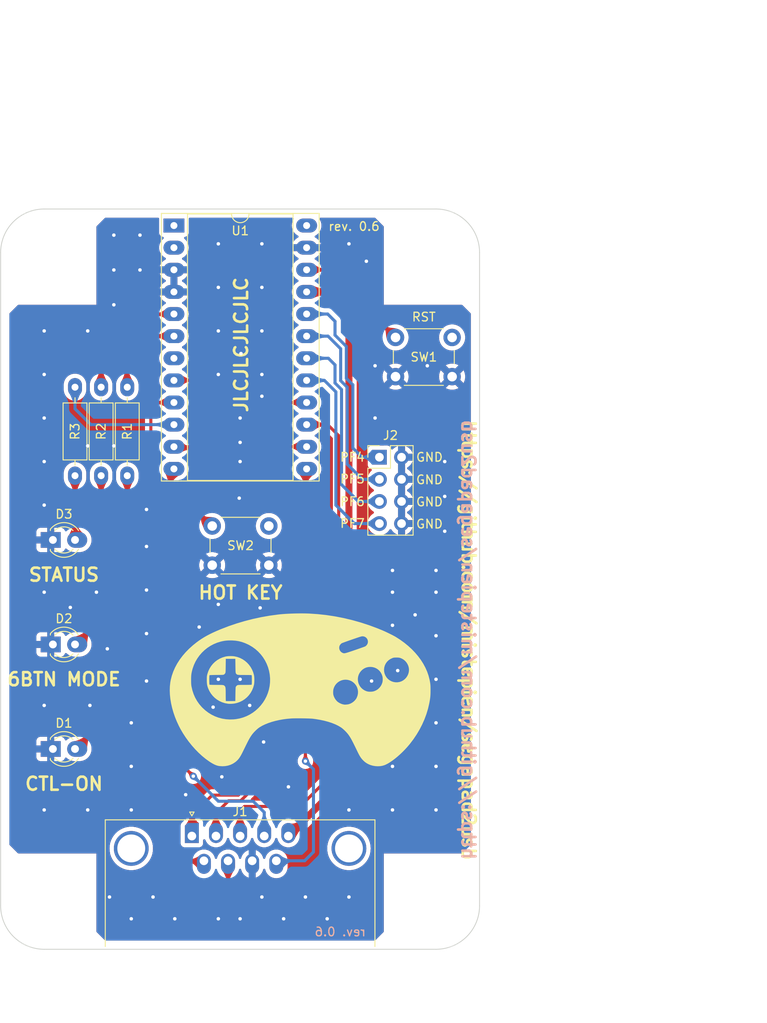
<source format=kicad_pcb>
(kicad_pcb (version 20221018) (generator pcbnew)
  (title_block (title "segapad2usb") (rev "0.6") (company "mistepien@wp.pl"))
  (layers (0 "F.Cu" signal) (31 "B.Cu" signal) (34 "B.Paste" user) (35 "F.Paste" user) (36 "B.SilkS" user "B.Silkscreen") (37 "F.SilkS" user "F.Silkscreen") (38 "B.Mask" user) (39 "F.Mask" user) (44 "Edge.Cuts" user))
  (net 0 "")
  (net 1 "VCC")
  (net 2 "GND")
  (net 3 "Net-(D1-A)")
  (net 4 "Net-(D2-A)")
  (net 6 "Net-(D3-A)")
  (net 8 "/RST")
  (net 9 "Net-(SW2-A)")
  (net 10 "/PF4")
  (net 12 "/PF5")
  (net 13 "/PF6")
  (net 14 "/PF7")
  (net 15 "/DB9_PIN_1")
  (net 16 "/DB9_PIN_2")
  (net 17 "/DB9_PIN_3")
  (net 18 "/DB9_PIN_4")
  (net 19 "/DB9_PIN_6")
  (net 20 "/DB9_SELECT_PIN")
  (net 21 "/DB9_PIN_9")
  (net 23 "/MODELED")
  (net 24 "/CTL-LED")
  (net 25 "/STATUSLED")
  (footprint "MountingHole:MountingHole_3.5mm" (layer "F.Cu") (at 65 51)
    (fp_text reference "H2" hide)
    (fp_text value "MountingHole" hide)
    (pad "" np_thru_hole circle (at 0 0) (size 3.5 3.5) (drill 3.5) (layers "*.Cu" "*.Mask"))
  )
  (footprint "misc:DSUB-9_Male_Horizontal_P2.77x2.84mm_EdgePinOffset9.90mm_Housed_OVAL_MountingHolesOffset11.32mm" (layer "F.Cu") (at 81.96 118)
    (fp_text reference "J1" (at 5.54 -2.8) (layer "F.SilkS"))
    (fp_text value "DB9_MALE_SEGA")
    (pad "0" thru_hole circle locked (at -6.96 1.42) (size 4 4) (drill 3.2) (layers "*.Cu" "*.Mask"))
    (pad "0" thru_hole circle locked (at 18.04 1.42) (size 4 4) (drill 3.2) (layers "*.Cu" "*.Mask"))
    (pad "1" thru_hole roundrect locked (at 0 0) (size 1.6 2.3) (drill 1 (offset 0 -0.35)) (layers "*.Cu" "*.Mask") (roundrect_rratio 0) (chamfer_ratio 0.2) (chamfer top_left) (net 15 "/DB9_PIN_1"))
    (pad "2" thru_hole oval locked (at 2.77 0) (size 1.6 2.3) (drill 1 (offset 0 -0.35)) (layers "*.Cu" "*.Mask") (net 16 "/DB9_PIN_2"))
    (pad "3" thru_hole oval locked (at 5.54 0) (size 1.6 2.3) (drill 1 (offset 0 -0.35)) (layers "*.Cu" "*.Mask") (net 17 "/DB9_PIN_3"))
    (pad "4" thru_hole oval locked (at 8.31 0) (size 1.6 2.3) (drill 1 (offset 0 -0.35)) (layers "*.Cu" "*.Mask") (net 18 "/DB9_PIN_4"))
    (pad "5" thru_hole oval locked (at 11.08 0) (size 1.6 2.3) (drill 1 (offset 0 -0.35)) (layers "*.Cu" "*.Mask") (net 1 "VCC"))
    (pad "6" thru_hole oval locked (at 1.385 2.84) (size 1.6 2.3) (drill 1 (offset 0 0.35)) (layers "*.Cu" "*.Mask") (net 19 "/DB9_PIN_6"))
    (pad "7" thru_hole oval locked (at 4.155 2.84) (size 1.6 2.3) (drill 1 (offset 0 0.35)) (layers "*.Cu" "*.Mask") (net 20 "/DB9_SELECT_PIN"))
    (pad "8" thru_hole oval locked (at 6.925 2.84) (size 1.6 2.3) (drill 1 (offset 0 0.35)) (layers "*.Cu" "*.Mask") (net 2 "GND"))
    (pad "9" thru_hole oval locked (at 9.695 2.84) (size 1.6 2.3) (drill 1 (offset 0 0.35)) (layers "*.Cu" "*.Mask") (net 21 "/DB9_PIN_9"))
  )
  (footprint "misc:LED_D3.0mm_Oval" (layer "F.Cu") (at 66 96)
    (fp_text reference "D2" (at 1.27 -2.96) (layer "F.SilkS"))
    (fp_text value "6BTN MODE" (at 1.27 4) (layer "F.SilkS") (effects (font (size 1.5 1.5) (thickness 0.3) bold)))
    (pad "1" thru_hole rect (at 0 0 90) (size 1.8 2.3) (drill 0.9 (offset 0 -0.25)) (layers "*.Cu" "*.Mask") (net 2 "GND"))
    (pad "2" thru_hole oval (at 2.54 0 90) (size 1.8 2.3) (drill 0.9 (offset 0 0.25)) (layers "*.Cu" "*.Mask") (net 4 "Net-(D2-A)"))
  )
  (footprint "MountingHole:MountingHole_3.5mm" (layer "F.Cu") (at 65 126)
    (fp_text reference "H4" hide)
    (fp_text value "MountingHole" hide)
    (pad "" np_thru_hole circle (at 0 0) (size 3.5 3.5) (drill 3.5) (layers "*.Cu" "*.Mask"))
  )
  (footprint "Package_DIP:DIP-24_W15.24mm_Socket_LongPads" (layer "F.Cu") (at 79.9 47.9)
    (fp_text reference "U1" (at 7.62 0.6) (layer "F.SilkS"))
    (fp_text value "Arduino_Pro_Micro")
    (pad "1" thru_hole rect locked (at 0 0) (size 2.4 1.6) (drill 0.8) (layers "*.Cu" "*.Mask"))
    (pad "2" thru_hole oval locked (at 0 2.54) (size 2.4 1.6) (drill 0.8) (layers "*.Cu" "*.Mask"))
    (pad "3" thru_hole oval locked (at 0 5.08) (size 2.4 1.6) (drill 0.8) (layers "*.Cu" "*.Mask") (net 2 "GND"))
    (pad "4" thru_hole oval locked (at 0 7.62) (size 2.4 1.6) (drill 0.8) (layers "*.Cu" "*.Mask") (net 2 "GND"))
    (pad "5" thru_hole oval locked (at 0 10.16) (size 2.4 1.6) (drill 0.8) (layers "*.Cu" "*.Mask") (net 23 "/MODELED"))
    (pad "6" thru_hole oval locked (at 0 12.7) (size 2.4 1.6) (drill 0.8) (layers "*.Cu" "*.Mask") (net 24 "/CTL-LED"))
    (pad "7" thru_hole oval locked (at 0 15.24) (size 2.4 1.6) (drill 0.8) (layers "*.Cu" "*.Mask"))
    (pad "8" thru_hole oval locked (at 0 17.78) (size 2.4 1.6) (drill 0.8) (layers "*.Cu" "*.Mask") (net 9 "Net-(SW2-A)"))
    (pad "9" thru_hole oval locked (at 0 20.32) (size 2.4 1.6) (drill 0.8) (layers "*.Cu" "*.Mask") (net 20 "/DB9_SELECT_PIN"))
    (pad "10" thru_hole oval locked (at 0 22.86) (size 2.4 1.6) (drill 0.8) (layers "*.Cu" "*.Mask") (net 25 "/STATUSLED"))
    (pad "11" thru_hole oval locked (at 0 25.4) (size 2.4 1.6) (drill 0.8) (layers "*.Cu" "*.Mask") (net 18 "/DB9_PIN_4"))
    (pad "12" thru_hole oval locked (at 0 27.94) (size 2.4 1.6) (drill 0.8) (layers "*.Cu" "*.Mask") (net 19 "/DB9_PIN_6"))
    (pad "13" thru_hole oval locked (at 15.24 27.94) (size 2.4 1.6) (drill 0.8) (layers "*.Cu" "*.Mask") (net 21 "/DB9_PIN_9"))
    (pad "14" thru_hole oval locked (at 15.24 25.4) (size 2.4 1.6) (drill 0.8) (layers "*.Cu" "*.Mask") (net 16 "/DB9_PIN_2"))
    (pad "15" thru_hole oval locked (at 15.24 22.86) (size 2.4 1.6) (drill 0.8) (layers "*.Cu" "*.Mask") (net 17 "/DB9_PIN_3"))
    (pad "16" thru_hole oval locked (at 15.24 20.32) (size 2.4 1.6) (drill 0.8) (layers "*.Cu" "*.Mask") (net 15 "/DB9_PIN_1"))
    (pad "17" thru_hole oval locked (at 15.24 17.78) (size 2.4 1.6) (drill 0.8) (layers "*.Cu" "*.Mask") (net 14 "/PF7"))
    (pad "18" thru_hole oval locked (at 15.24 15.24) (size 2.4 1.6) (drill 0.8) (layers "*.Cu" "*.Mask") (net 13 "/PF6"))
    (pad "19" thru_hole oval locked (at 15.24 12.7) (size 2.4 1.6) (drill 0.8) (layers "*.Cu" "*.Mask") (net 12 "/PF5"))
    (pad "20" thru_hole oval locked (at 15.24 10.16) (size 2.4 1.6) (drill 0.8) (layers "*.Cu" "*.Mask") (net 10 "/PF4"))
    (pad "21" thru_hole oval locked (at 15.24 7.62) (size 2.4 1.6) (drill 0.8) (layers "*.Cu" "*.Mask") (net 1 "VCC"))
    (pad "22" thru_hole oval locked (at 15.24 5.08) (size 2.4 1.6) (drill 0.8) (layers "*.Cu" "*.Mask") (net 8 "/RST"))
    (pad "23" thru_hole oval locked (at 15.24 2.54) (size 2.4 1.6) (drill 0.8) (layers "*.Cu" "*.Mask") (net 2 "GND"))
    (pad "24" thru_hole oval locked (at 15.24 0) (size 2.4 1.6) (drill 0.8) (layers "*.Cu" "*.Mask"))
  )
  (footprint "Button_Switch_THT:SW_PUSH_6mm_H4.3mm" (layer "F.Cu") (at 84.3 82.4)
    (fp_text reference "SW2" (at 3.25 2.25) (layer "F.SilkS"))
    (fp_text value "HOT KEY" (at 3.25 7.65) (layer "F.SilkS") (effects (font (size 1.5 1.5) (thickness 0.3) bold)))
    (pad "1" thru_hole circle (at 0 0 90) (size 2 2) (drill 1.1) (layers "*.Cu" "*.Mask") (net 9 "Net-(SW2-A)"))
    (pad "1" thru_hole circle (at 6.5 0 90) (size 2 2) (drill 1.1) (layers "*.Cu" "*.Mask"))
    (pad "2" thru_hole circle (at 0 4.5 90) (size 2 2) (drill 1.1) (layers "*.Cu" "*.Mask") (net 2 "GND"))
    (pad "2" thru_hole circle (at 6.5 4.5 90) (size 2 2) (drill 1.1) (layers "*.Cu" "*.Mask") (net 2 "GND"))
  )
  (footprint "MountingHole:MountingHole_3.5mm" (layer "F.Cu") (at 110 126)
    (fp_text reference "H3" hide)
    (fp_text value "MountingHole" hide)
    (pad "" np_thru_hole circle (at 0 0) (size 3.5 3.5) (drill 3.5) (layers "*.Cu" "*.Mask"))
  )
  (footprint "Button_Switch_THT:SW_PUSH_6mm_H4.3mm" (layer "F.Cu") (at 105.35 60.75)
    (fp_text reference "SW1" (at 3.25 2.25) (layer "F.SilkS"))
    (fp_text value "RST" (at 3.25 -2.35 180) (layer "F.SilkS"))
    (pad "1" thru_hole circle locked (at 0 0 90) (size 2 2) (drill 1.1) (layers "*.Cu" "*.Mask") (net 8 "/RST"))
    (pad "1" thru_hole circle locked (at 6.5 0 90) (size 2 2) (drill 1.1) (layers "*.Cu" "*.Mask"))
    (pad "2" thru_hole circle locked (at 0 4.5 90) (size 2 2) (drill 1.1) (layers "*.Cu" "*.Mask") (net 2 "GND"))
    (pad "2" thru_hole circle locked (at 6.5 4.5 90) (size 2 2) (drill 1.1) (layers "*.Cu" "*.Mask") (net 2 "GND"))
  )
  (footprint "misc:R_Axial_DIN0207_L6.3mm_D2.5mm_P10.16mm_Horizontal_Oval" (layer "F.Cu") (at 68.54 66.46 -90)
    (fp_text reference "R3" (at 5.08 0 90) (layer "F.SilkS"))
    (fp_text value "RxΩ")
    (pad "1" thru_hole oval (at 0 0 270) (size 2.1 1.6) (drill 0.8) (layers "*.Cu" "*.Mask") (net 25 "/STATUSLED"))
    (pad "2" thru_hole oval (at 10.16 0 270) (size 2.1 1.6) (drill 0.8) (layers "*.Cu" "*.Mask") (net 6 "Net-(D3-A)"))
  )
  (footprint "misc:md_gamepad_30x17mm" (layer "F.Cu") (at 94.4 101.2)
    (fp_text reference "G***")
    (fp_text value "LOGO" hide)
  )
  (footprint "misc:LED_D3.0mm_Oval" (layer "F.Cu") (at 66 108)
    (fp_text reference "D1" (at 1.27 -2.96) (layer "F.SilkS"))
    (fp_text value "CTL-ON" (at 1.27 4) (layer "F.SilkS") (effects (font (size 1.5 1.5) (thickness 0.3) bold)))
    (pad "1" thru_hole rect (at 0 0 90) (size 1.8 2.3) (drill 0.9 (offset 0 -0.25)) (layers "*.Cu" "*.Mask") (net 2 "GND"))
    (pad "2" thru_hole oval (at 2.54 0 90) (size 1.8 2.3) (drill 0.9 (offset 0 0.25)) (layers "*.Cu" "*.Mask") (net 3 "Net-(D1-A)"))
  )
  (footprint "misc:R_Axial_DIN0207_L6.3mm_D2.5mm_P10.16mm_Horizontal_Oval" (layer "F.Cu") (at 74.54 66.46 -90)
    (fp_text reference "R1" (at 5.08 0 90) (layer "F.SilkS"))
    (fp_text value "RxΩ")
    (pad "1" thru_hole oval (at 0 0 270) (size 2.1 1.6) (drill 0.8) (layers "*.Cu" "*.Mask") (net 24 "/CTL-LED"))
    (pad "2" thru_hole oval (at 10.16 0 270) (size 2.1 1.6) (drill 0.8) (layers "*.Cu" "*.Mask") (net 3 "Net-(D1-A)"))
  )
  (footprint "misc:R_Axial_DIN0207_L6.3mm_D2.5mm_P10.16mm_Horizontal_Oval" (layer "F.Cu") (at 71.54 66.46 -90)
    (fp_text reference "R2" (at 5.08 0 90) (layer "F.SilkS"))
    (fp_text value "RxΩ")
    (pad "1" thru_hole oval (at 0 0 270) (size 2.1 1.6) (drill 0.8) (layers "*.Cu" "*.Mask") (net 23 "/MODELED"))
    (pad "2" thru_hole oval (at 10.16 0 270) (size 2.1 1.6) (drill 0.8) (layers "*.Cu" "*.Mask") (net 4 "Net-(D2-A)"))
  )
  (footprint "misc:LED_D3.0mm_Oval" (layer "F.Cu") (at 66 84)
    (fp_text reference "D3" (at 1.27 -2.96) (layer "F.SilkS"))
    (fp_text value "STATUS" (at 1.27 4) (layer "F.SilkS") (effects (font (size 1.5 1.5) (thickness 0.3) bold)))
    (pad "1" thru_hole rect (at 0 0 90) (size 1.8 2.3) (drill 0.9 (offset 0 -0.25)) (layers "*.Cu" "*.Mask") (net 2 "GND"))
    (pad "2" thru_hole oval (at 2.54 0 90) (size 1.8 2.3) (drill 0.9 (offset 0 0.25)) (layers "*.Cu" "*.Mask") (net 6 "Net-(D3-A)"))
  )
  (footprint "Connector_PinHeader_2.54mm:PinHeader_2x04_P2.54mm_Vertical" (layer "F.Cu") (at 103.5 74.5)
    (fp_text reference "J2" (at 1.27 -2.5) (layer "F.SilkS"))
    (fp_text value "Conn_02x04_Odd_Even")
    (fp_text user "GND" (at 5.75 0) (layer "F.SilkS"))
    (fp_text user "PF7" (at -3.1 7.6) (layer "F.SilkS"))
    (fp_text user "GND" (at 5.75 2.589) (layer "F.SilkS"))
    (fp_text user "GND" (at 5.75 5.129) (layer "F.SilkS"))
    (fp_text user "GND" (at 5.75 7.669) (layer "F.SilkS"))
    (fp_text user "PF5" (at -3.1 2.5) (layer "F.SilkS"))
    (fp_text user "PF4" (at -3.1 0) (layer "F.SilkS"))
    (fp_text user "PF6" (at -3.1 5.1) (layer "F.SilkS"))
    (pad "1" thru_hole rect (at 0 0) (size 1.7 1.7) (drill 1) (layers "*.Cu" "*.Mask") (net 10 "/PF4"))
    (pad "2" thru_hole oval (at 2.54 0) (size 1.7 1.7) (drill 1) (layers "*.Cu" "*.Mask") (net 2 "GND"))
    (pad "3" thru_hole oval (at 0 2.54) (size 1.7 1.7) (drill 1) (layers "*.Cu" "*.Mask") (net 12 "/PF5"))
    (pad "4" thru_hole oval (at 2.54 2.54) (size 1.7 1.7) (drill 1) (layers "*.Cu" "*.Mask") (net 2 "GND"))
    (pad "5" thru_hole oval (at 0 5.08) (size 1.7 1.7) (drill 1) (layers "*.Cu" "*.Mask") (net 13 "/PF6"))
    (pad "6" thru_hole oval (at 2.54 5.08) (size 1.7 1.7) (drill 1) (layers "*.Cu" "*.Mask") (net 2 "GND"))
    (pad "7" thru_hole oval (at 0 7.62) (size 1.7 1.7) (drill 1) (layers "*.Cu" "*.Mask") (net 14 "/PF7"))
    (pad "8" thru_hole oval (at 2.54 7.62) (size 1.7 1.7) (drill 1) (layers "*.Cu" "*.Mask") (net 2 "GND"))
  )
  (footprint "MountingHole:MountingHole_3.5mm" (layer "F.Cu") (at 110 51)
    (fp_text reference "H1" hide)
    (fp_text value "MountingHole" hide)
    (pad "" np_thru_hole circle (at 0 0) (size 3.5 3.5) (drill 3.5) (layers "*.Cu" "*.Mask"))
  )
  (gr_arc (start 115 126) (mid 113.535534 129.535533) (end 110 131) (stroke (width 0.1)) (layer "Edge.Cuts"))
  (gr_line (start 60 51) (end 60 126) (stroke (width 0.1)) (layer "Edge.Cuts"))
  (gr_line (start 110 46) (end 65 46) (stroke (width 0.1)) (layer "Edge.Cuts"))
  (gr_arc (start 110 46) (mid 113.535534 47.464466) (end 115 51) (stroke (width 0.1)) (layer "Edge.Cuts"))
  (gr_line (start 65 131) (end 110 131) (stroke (width 0.1)) (layer "Edge.Cuts"))
  (gr_line (start 115 126) (end 115 51) (stroke (width 0.1)) (layer "Edge.Cuts"))
  (gr_arc (start 65 131) (mid 61.464467 129.535534) (end 60 126) (stroke (width 0.1)) (layer "Edge.Cuts"))
  (gr_arc (start 60 51) (mid 61.464466 47.464466) (end 65 46) (stroke (width 0.1)) (layer "Edge.Cuts"))
  (gr_text "rev. ${REVISION}" (at 99 129) (layer "B.SilkS") (effects (font (size 1 1)) (justify mirror)))
  (gr_text "https://github.com/mistepien/${TITLE}" (at 113.70865 95.465451 -90) (layer "B.SilkS") (effects (font (size 1.5 1.5) (thickness 0.3)) (justify mirror)))
  (gr_text "https://github.com/mistepien/${TITLE}" (at 113.75 95.5 270) (layer "F.SilkS") (effects (font (size 1.5 1.5) (thickness 0.3))))
  (gr_text "rev. ${REVISION}" (at 100.584 48) (layer "F.SilkS") (effects (font (size 1 1))))
  (gr_text "JLCJLCJLCJLC" (at 88.5 69.5 90) (layer "F.SilkS") (effects (font (size 1.5 1.5) (thickness 0.3) bold) (justify left bottom)))
  (segment (start 100 57.75) (end 97.77 55.52) (width 0.8) (layer "F.Cu") (net 1))
  (segment (start 97.77 55.52) (end 95.14 55.52) (width 0.8) (layer "F.Cu") (net 1))
  (segment (start 100 111.04) (end 100 57.75) (width 0.8) (layer "F.Cu") (net 1))
  (segment (start 93.04 118) (end 100 111.04) (width 0.8) (layer "F.Cu") (net 1))
  (via (at 110 87.5) (size 0.8) (drill 0.4) (layers "F.Cu" "B.Cu") (net 2))
  (via (at 85 55) (size 0.8) (drill 0.4) (layers "F.Cu" "B.Cu") (net 2))
  (via (at 65 90) (size 0.8) (drill 0.4) (layers "F.Cu" "B.Cu") (net 2))
  (via (at 90.2 107.2) (size 0.8) (drill 0.4) (layers "F.Cu" "B.Cu") (net 2))
  (via (at 110 95) (size 0.8) (drill 0.4) (layers "F.Cu" "B.Cu") (net 2))
  (via (at 73 49) (size 0.8) (drill 0.4) (layers "F.Cu" "B.Cu") (net 2))
  (via (at 70 115) (size 0.8) (drill 0.4) (layers "F.Cu" "B.Cu") (net 2))
  (via (at 76 49) (size 0.8) (drill 0.4) (layers "F.Cu" "B.Cu") (net 2))
  (via (at 107.6 92.6) (size 0.8) (drill 0.4) (layers "F.Cu" "B.Cu") (net 2))
  (via (at 77.5 125) (size 0.8) (drill 0.4) (layers "F.Cu" "B.Cu") (net 2))
  (via (at 88.6 103) (size 0.8) (drill 0.4) (layers "F.Cu" "B.Cu") (net 2))
  (via (at 76.75 89.75) (size 0.8) (drill 0.4) (layers "F.Cu" "B.Cu") (net 2))
  (via (at 85 127.5) (size 0.8) (drill 0.4) (layers "F.Cu" "B.Cu") (net 2))
  (via (at 105 87.5) (size 0.8) (drill 0.4) (layers "F.Cu" "B.Cu") (net 2))
  (via (at 84.4 103.2) (size 0.8) (drill 0.4) (layers "F.Cu" "B.Cu") (net 2))
  (via (at 70.25 103) (size 0.8) (drill 0.4) (layers "F.Cu" "B.Cu") (net 2))
  (via (at 65 115) (size 0.8) (drill 0.4) (layers "F.Cu" "B.Cu") (net 2))
  (via (at 73 57) (size 0.8) (drill 0.4) (layers "F.Cu" "B.Cu") (net 2))
  (via (at 65 75) (size 0.8) (drill 0.4) (layers "F.Cu" "B.Cu") (net 2))
  (via (at 111 79) (size 0.8) (drill 0.4) (layers "F.Cu" "B.Cu") (net 2))
  (via (at 90 65) (size 0.8) (drill 0.4) (layers "F.Cu" "B.Cu") (net 2))
  (via (at 65 60) (size 0.8) (drill 0.4) (layers "F.Cu" "B.Cu") (net 2))
  (via (at 82.8 94) (size 0.8) (drill 0.4) (layers "F.Cu" "B.Cu") (net 2))
  (via (at 90 125) (size 0.8) (drill 0.4) (layers "F.Cu" "B.Cu") (net 2))
  (via (at 100 125) (size 0.8) (drill 0.4) (layers "F.Cu" "B.Cu") (net 2))
  (via (at 87.6 62.6) (size 0.8) (drill 0.4) (layers "F.Cu" "B.Cu") (net 2))
  (via (at 81.25 113.25) (size 0.8) (drill 0.4) (layers "F.Cu" "B.Cu") (net 2))
  (via (at 65 70) (size 0.8) (drill 0.4) (layers "F.Cu" "B.Cu") (net 2))
  (via (at 75 105) (size 0.8) (drill 0.4) (layers "F.Cu" "B.Cu") (net 2))
  (via (at 87.5 70) (size 0.8) (drill 0.4) (layers "F.Cu" "B.Cu") (net 2))
  (via (at 87.5 72.8) (size 0.8) (drill 0.4) (layers "F.Cu" "B.Cu") (net 2))
  (via (at 70 73.2) (size 0.8) (drill 0.4) (layers "F.Cu" "B.Cu") (net 2))
  (via (at 105 93.8) (size 0.8) (drill 0.4) (layers "F.Cu" "B.Cu") (net 2))
  (via (at 75 110) (size 0.8) (drill 0.4) (layers "F.Cu" "B.Cu") (net 2))
  (via (at 100 50) (size 0.8) (drill 0.4) (layers "F.Cu" "B.Cu") (net 2))
  (via (at 100 115) (size 0.8) (drill 0.4) (layers "F.Cu" "B.Cu") (net 2))
  (via (at 65 80) (size 0.8) (drill 0.4) (layers "F.Cu" "B.Cu") (net 2))
  (via (at 85 50) (size 0.8) (drill 0.4) (layers "F.Cu" "B.Cu") (net 2))
  (via (at 103 70) (size 0.8) (drill 0.4) (layers "F.Cu" "B.Cu") (net 2))
  (via (at 72.5 125) (size 0.8) (drill 0.4) (layers "F.Cu" "B.Cu") (net 2))
  (via (at 76.75 80.5) (size 0.8) (drill 0.4) (layers "F.Cu" "B.Cu") (net 2))
  (via (at 103 64) (size 0.8) (drill 0.4) (layers "F.Cu" "B.Cu") (net 2))
  (via (at 90 50) (size 0.8) (drill 0.4) (layers "F.Cu" "B.Cu") (net 2))
  (via (at 110 110) (size 0.8) (drill 0.4) (layers "F.Cu" "B.Cu") (net 2))
  (via (at 90 67.5) (size 0.8) (drill 0.4) (layers "F.Cu" "B.Cu") (net 2))
  (via (at 102 52) (size 0.8) (drill 0.4) (layers "F.Cu" "B.Cu") (net 2))
  (via (at 110 115) (size 0.8) (drill 0.4) (layers "F.Cu" "B.Cu") (net 2))
  (via (at 68 91.75) (size 0.8) (drill 0.4) (layers "F.Cu" "B.Cu") (net 2))
  (via (at 111 83) (size 0.8) (drill 0.4) (layers "F.Cu" "B.Cu") (net 2))
  (via (at 105 90) (size 0.8) (drill 0.4) (layers "F.Cu" "B.Cu") (net 2))
  (via (at 65 65) (size 0.8) (drill 0.4) (layers "F.Cu" "B.Cu") (net 2))
  (via (at 105 110) (size 0.8) (drill 0.4) (layers "F.Cu" "B.Cu") (net 2))
  (via (at 110 90) (size 0.8) (drill 0.4) (layers "F.Cu" "B.Cu") (net 2))
  (via (at 111 75) (size 0.8) (drill 0.4) (layers "F.Cu" "B.Cu") (net 2))
  (via (at 87.5 127.5) (size 0.8) (drill 0.4) (layers "F.Cu" "B.Cu") (net 2))
  (via (at 97.5 127.5) (size 0.8) (drill 0.4) (layers "F.Cu" "B.Cu") (net 2))
  (via (at 87.5 75) (size 0.8) (drill 0.4) (layers "F.Cu" "B.Cu") (net 2))
  (via (at 75 127.5) (size 0.8) (drill 0.4) (layers "F.Cu" "B.Cu") (net 2))
  (via (at 76 53) (size 0.8) (drill 0.4) (layers "F.Cu" "B.Cu") (net 2))
  (via (at 105.6 99) (size 0.8) (drill 0.4) (layers "F.Cu" "B.Cu") (net 2))
  (via (at 87.4 79.2) (size 0.8) (drill 0.4) (layers "F.Cu" "B.Cu") (net 2))
  (via (at 72.25 96.5) (size 0.8) (drill 0.4) (layers "F.Cu" "B.Cu") (net 2))
  (via (at 110 100) (size 0.8) (drill 0.4) (layers "F.Cu" "B.Cu") (net 2))
  (via (at 85 65) (size 0.8) (drill 0.4) (layers "F.Cu" "B.Cu") (net 2))
  (via (at 71 90) (size 0.8) (drill 0.4) (layers "F.Cu" "B.Cu") (net 2))
  (via (at 73 73.2) (size 0.8) (drill 0.4) (layers "F.Cu" "B.Cu") (net 2))
  (via (at 90 60) (size 0.8) (drill 0.4) (layers "F.Cu" "B.Cu") (net 2))
  (via (at 89.8 91.8) (size 0.8) (drill 0.4) (layers "F.Cu" "B.Cu") (net 2))
  (via (at 85.4 111.2) (size 0.8) (drill 0.4) (layers "F.Cu" "B.Cu") (net 2))
  (via (at 70 60) (size 0.8) (drill 0.4) (layers "F.Cu" "B.Cu") (net 2))
  (via (at 76.75 94.75) (size 0.8) (drill 0.4) (layers "F.Cu" "B.Cu") (net 2))
  (via (at 102.6 100.2) (size 0.8) (drill 0.4) (layers "F.Cu" "B.Cu") (net 2))
  (via (at 80 127.5) (size 0.8) (drill 0.4) (layers "F.Cu" "B.Cu") (net 2))
  (via (at 109 64) (size 0.8) (drill 0.4) (layers "F.Cu" "B.Cu") (net 2))
  (via (at 85 60) (size 0.8) (drill 0.4) (layers "F.Cu" "B.Cu") (net 2))
  (via (at 85 91.4) (size 0.8) (drill 0.4) (layers "F.Cu" "B.Cu") (net 2))
  (via (at 93.05 112.35) (size 0.8) (drill 0.4) (layers "F.Cu" "B.Cu") (net 2))
  (via (at 85 100) (size 0.8) (drill 0.4) (layers "F.Cu" "B.Cu") (net 2))
  (via (at 90 55) (size 0.8) (drill 0.4) (layers "F.Cu" "B.Cu") (net 2))
  (via (at 92.5 127.5) (size 0.8) (drill 0.4) (layers "F.Cu" "B.Cu") (net 2))
  (via (at 76.75 100.2) (size 0.8) (drill 0.4) (layers "F.Cu" "B.Cu") (net 2))
  (via (at 110 105) (size 0.8) (drill 0.4) (layers "F.Cu" "B.Cu") (net 2))
  (via (at 65 103) (size 0.8) (drill 0.4) (layers "F.Cu" "B.Cu") (net 2))
  (via (at 76.75 84.75) (size 0.8) (drill 0.4) (layers "F.Cu" "B.Cu") (net 2))
  (via (at 105 115) (size 0.8) (drill 0.4) (layers "F.Cu" "B.Cu") (net 2))
  (via (at 75 115) (size 0.8) (drill 0.4) (layers "F.Cu" "B.Cu") (net 2))
  (via (at 73 53) (size 0.8) (drill 0.4) (layers "F.Cu" "B.Cu") (net 2))
  (via (at 87.5 100) (size 0.8) (drill 0.4) (layers "F.Cu" "B.Cu") (net 2))
  (via (at 95 125) (size 0.8) (drill 0.4) (layers "F.Cu" "B.Cu") (net 2))
  (segment (start 74.54 76.62) (end 74.54 102) (width 0.35) (layer "F.Cu") (net 3))
  (segment (start 74.46 76.54) (end 74.54 76.62) (width 0.35) (layer "F.Cu") (net 3))
  (segment (start 74.54 102) (end 68.54 108) (width 0.35) (layer "F.Cu") (net 3))
  (segment (start 71.54 79.54) (end 73.89 81.89) (width 0.35) (layer "F.Cu") (net 4))
  (segment (start 73.89 90.65) (end 68.54 96) (width 0.35) (layer "F.Cu") (net 4))
  (segment (start 71.54 76.62) (end 71.54 79.54) (width 0.35) (layer "F.Cu") (net 4))
  (segment (start 73.89 81.89) (end 73.89 90.65) (width 0.35) (layer "F.Cu") (net 4))
  (segment (start 68.54 84) (end 68.54 76.62) (width 0.35) (layer "F.Cu") (net 6))
  (segment (start 95.14 52.98) (end 97.58 52.98) (width 0.3) (layer "F.Cu") (net 8))
  (segment (start 97.58 52.98) (end 105.35 60.75) (width 0.3) (layer "F.Cu") (net 8))
  (segment (start 79.9 65.68) (end 81.88 65.68) (width 0.35) (layer "F.Cu") (net 9))
  (segment (start 81.88 65.68) (end 83.15 66.95) (width 0.35) (layer "F.Cu") (net 9))
  (segment (start 83.15 81.25) (end 84.3 82.4) (width 0.35) (layer "F.Cu") (net 9))
  (segment (start 83.15 66.95) (end 83.15 81.25) (width 0.35) (layer "F.Cu") (net 9))
  (segment (start 97.56 58.06) (end 95.14 58.06) (width 0.35) (layer "B.Cu") (net 10))
  (segment (start 98.4 58.9) (end 97.56 58.06) (width 0.35) (layer "B.Cu") (net 10))
  (segment (start 99.7 61.780761) (end 98.4 60.480762) (width 0.35) (layer "B.Cu") (net 10))
  (segment (start 98.4 60.480762) (end 98.4 58.9) (width 0.35) (layer "B.Cu") (net 10))
  (segment (start 100.45 66.192285) (end 99.7 65.442285) (width 0.35) (layer "B.Cu") (net 10))
  (segment (start 101.5 74.5) (end 100.45 73.45) (width 0.35) (layer "B.Cu") (net 10))
  (segment (start 100.45 73.45) (end 100.45 66.192285) (width 0.35) (layer "B.Cu") (net 10))
  (segment (start 103.5 74.5) (end 101.5 74.5) (width 0.35) (layer "B.Cu") (net 10))
  (segment (start 99.7 65.442285) (end 99.7 61.780761) (width 0.35) (layer "B.Cu") (net 10))
  (segment (start 99.8 75.3) (end 101.54 77.04) (width 0.35) (layer "B.Cu") (net 12))
  (segment (start 99.05 62.05) (end 99.05 65.711524) (width 0.35) (layer "B.Cu") (net 12))
  (segment (start 99.8 66.461524) (end 99.8 75.3) (width 0.35) (layer "B.Cu") (net 12))
  (segment (start 101.54 77.04) (end 103.5 77.04) (width 0.35) (layer "B.Cu") (net 12))
  (segment (start 97.6 60.6) (end 99.05 62.05) (width 0.35) (layer "B.Cu") (net 12))
  (segment (start 95.14 60.6) (end 97.6 60.6) (width 0.35) (layer "B.Cu") (net 12))
  (segment (start 99.05 65.711524) (end 99.8 66.461524) (width 0.35) (layer "B.Cu") (net 12))
  (segment (start 98.4 63.9) (end 98.4 65.980762) (width 0.35) (layer "B.Cu") (net 13))
  (segment (start 99.15 66.730762) (end 99.15 77.65) (width 0.35) (layer "B.Cu") (net 13))
  (segment (start 99.15 77.65) (end 101.08 79.58) (width 0.35) (layer "B.Cu") (net 13))
  (segment (start 97.64 63.14) (end 98.4 63.9) (width 0.35) (layer "B.Cu") (net 13))
  (segment (start 101.08 79.58) (end 103.5 79.58) (width 0.35) (layer "B.Cu") (net 13))
  (segment (start 95.14 63.14) (end 97.64 63.14) (width 0.35) (layer "B.Cu") (net 13))
  (segment (start 98.4 65.980762) (end 99.15 66.730762) (width 0.35) (layer "B.Cu") (net 13))
  (segment (start 95.14 65.68) (end 97.18 65.68) (width 0.35) (layer "B.Cu") (net 14))
  (segment (start 97.18 65.68) (end 98.5 67) (width 0.35) (layer "B.Cu") (net 14))
  (segment (start 98.5 80) (end 100.62 82.12) (width 0.35) (layer "B.Cu") (net 14))
  (segment (start 98.5 67) (end 98.5 80) (width 0.35) (layer "B.Cu") (net 14))
  (segment (start 100.62 82.12) (end 103.5 82.12) (width 0.35) (layer "B.Cu") (net 14))
  (segment (start 81.96 115.64) (end 84.3 113.3) (width 0.35) (layer "F.Cu") (net 15))
  (segment (start 93.7 80.019238) (end 91.95 78.269238) (width 0.35) (layer "F.Cu") (net 15))
  (segment (start 81.96 118) (end 81.96 115.64) (width 0.35) (layer "F.Cu") (net 15))
  (segment (start 87.3 113.3) (end 93.7 106.9) (width 0.35) (layer "F.Cu") (net 15))
  (segment (start 91.95 69.475) (end 93.205 68.22) (width 0.35) (layer "F.Cu") (net 15))
  (segment (start 93.7 106.9) (end 93.7 80.019238) (width 0.35) (layer "F.Cu") (net 15))
  (segment (start 93.205 68.22) (end 95.14 68.22) (width 0.35) (layer "F.Cu") (net 15))
  (segment (start 84.3 113.3) (end 87.3 113.3) (width 0.35) (layer "F.Cu") (net 15))
  (segment (start 91.95 78.269238) (end 91.95 69.475) (width 0.35) (layer "F.Cu") (net 15))
  (segment (start 92.6 73.875) (end 92.6 78) (width 0.35) (layer "F.Cu") (net 16))
  (segment (start 84.73 115.395) (end 84.73 118) (width 0.35) (layer "F.Cu") (net 16))
  (segment (start 94.35 107.169238) (end 87.569238 113.95) (width 0.35) (layer "F.Cu") (net 16))
  (segment (start 93.175 73.3) (end 92.6 73.875) (width 0.35) (layer "F.Cu") (net 16))
  (segment (start 87.569238 113.95) (end 86.175 113.95) (width 0.35) (layer "F.Cu") (net 16))
  (segment (start 94.35 79.75) (end 94.35 107.169238) (width 0.35) (layer "F.Cu") (net 16))
  (segment (start 92.6 78) (end 94.35 79.75) (width 0.35) (layer "F.Cu") (net 16))
  (segment (start 95.14 73.3) (end 93.175 73.3) (width 0.35) (layer "F.Cu") (net 16))
  (segment (start 86.175 113.95) (end 84.73 115.395) (width 0.35) (layer "F.Cu") (net 16))
  (segment (start 97.557 70.76) (end 95.14 70.76) (width 0.35) (layer "F.Cu") (net 17))
  (segment (start 87.5 118) (end 87.5 115.1) (width 0.35) (layer "F.Cu") (net 17))
  (segment (start 98.825 110.175) (end 98.825 72.028) (width 0.35) (layer "F.Cu") (net 17))
  (segment (start 98.825 72.028) (end 97.557 70.76) (width 0.35) (layer "F.Cu") (net 17))
  (segment (start 87.5 115.1) (end 88 114.6) (width 0.35) (layer "F.Cu") (net 17))
  (segment (start 88 114.6) (end 94.4 114.6) (width 0.35) (layer "F.Cu") (net 17))
  (segment (start 94.4 114.6) (end 98.825 110.175) (width 0.35) (layer "F.Cu") (net 17))
  (segment (start 80.1 81.2) (end 82.5 78.8) (width 0.35) (layer "F.Cu") (net 18))
  (segment (start 82.5 78.8) (end 82.5 74.25) (width 0.35) (layer "F.Cu") (net 18))
  (segment (start 82.5 74.25) (end 81.55 73.3) (width 0.35) (layer "F.Cu") (net 18))
  (segment (start 80.1 109.1) (end 80.1 81.2) (width 0.35) (layer "F.Cu") (net 18))
  (segment (start 81.55 73.3) (end 79.9 73.3) (width 0.35) (layer "F.Cu") (net 18))
  (segment (start 82.125 111.125) (end 80.1 109.1) (width 0.35) (layer "F.Cu") (net 18))
  (via (at 82.125 111.125) (size 0.8) (drill 0.4) (layers "F.Cu" "B.Cu") (net 18))
  (segment (start 90.27 115.27) (end 90.27 118) (width 0.35) (layer "B.Cu") (net 18))
  (segment (start 82.125 111.125) (end 85 114) (width 0.35) (layer "B.Cu") (net 18))
  (segment (start 89 114) (end 90.27 115.27) (width 0.35) (layer "B.Cu") (net 18))
  (segment (start 85 114) (end 89 114) (width 0.35) (layer "B.Cu") (net 18))
  (segment (start 79.45 76.29) (end 79.9 75.84) (width 0.35) (layer "F.Cu") (net 19))
  (segment (start 80.64 120.84) (end 79.45 119.65) (width 0.35) (layer "F.Cu") (net 19))
  (segment (start 79.45 119.65) (end 79.45 76.29) (width 0.35) (layer "F.Cu") (net 19))
  (segment (start 83.345 120.84) (end 80.64 120.84) (width 0.35) (layer "F.Cu") (net 19))
  (segment (start 77.98 68.22) (end 79.9 68.22) (width 0.35) (layer "F.Cu") (net 20))
  (segment (start 78.8 121) (end 78.8 79.3) (width 0.35) (layer "F.Cu") (net 20))
  (segment (start 77.25 77.75) (end 77.25 68.95) (width 0.35) (layer "F.Cu") (net 20))
  (segment (start 86.115 123.085) (end 85.2 124) (width 0.35) (layer "F.Cu") (net 20))
  (segment (start 77.25 68.95) (end 77.98 68.22) (width 0.35) (layer "F.Cu") (net 20))
  (segment (start 85.2 124) (end 81.8 124) (width 0.35) (layer "F.Cu") (net 20))
  (segment (start 78.8 79.3) (end 77.25 77.75) (width 0.35) (layer "F.Cu") (net 20))
  (segment (start 86.115 120.84) (end 86.115 123.085) (width 0.35) (layer "F.Cu") (net 20))
  (segment (start 81.8 124) (end 78.8 121) (width 0.35) (layer "F.Cu") (net 20))
  (segment (start 95 109.4) (end 95 75.98) (width 0.35) (layer "F.Cu") (net 21))
  (segment (start 95 75.98) (end 95.14 75.84) (width 0.35) (layer "F.Cu") (net 21))
  (via (at 95 109.4) (size 0.8) (drill 0.4) (layers "F.Cu" "B.Cu") (net 21))
  (segment (start 94.91 120.84) (end 91.655 120.84) (width 0.35) (layer "B.Cu") (net 21))
  (segment (start 95.925 110.325) (end 95.925 119.825) (width 0.35) (layer "B.Cu") (net 21))
  (segment (start 95 109.4) (end 95.925 110.325) (width 0.35) (layer "B.Cu") (net 21))
  (segment (start 95.925 119.825) (end 94.91 120.84) (width 0.35) (layer "B.Cu") (net 21))
  (segment (start 71.54 66.46) (end 71.54 64.540762) (width 0.35) (layer "F.Cu") (net 23))
  (segment (start 78.020762 58.06) (end 79.9 58.06) (width 0.35) (layer "F.Cu") (net 23))
  (segment (start 71.54 64.540762) (end 78.020762 58.06) (width 0.35) (layer "F.Cu") (net 23))
  (segment (start 74.5 62.5) (end 76.4 60.6) (width 0.35) (layer "F.Cu") (net 24))
  (segment (start 76.4 60.6) (end 79.9 60.6) (width 0.35) (layer "F.Cu") (net 24))
  (segment (start 74.54 66.46) (end 74.5 66.42) (width 0.35) (layer "F.Cu") (net 24))
  (segment (start 74.5 66.42) (end 74.5 62.5) (width 0.35) (layer "F.Cu") (net 24))
  (segment (start 68.54 68.94) (end 68.54 66.46) (width 0.35) (layer "B.Cu") (net 25))
  (segment (start 70.36 70.76) (end 68.54 68.94) (width 0.35) (layer "B.Cu") (net 25))
  (segment (start 79.9 70.76) (end 70.36 70.76) (width 0.35) (layer "B.Cu") (net 25))
  (zone (net 2) (net_name "GND") (layers "F&B.Cu") (connect_pads (clearance 0.5)) (min_thickness 0.254) (fill yes (thermal_gap 0.5) (thermal_bridge_width 0.8) (smoothing chamfer) (radius 1))
    (polygon (pts (xy 104 130) (xy 71 130) (xy 71 47) (xy 104 47)))
  )
  (zone (net 2) (net_name "GND") (layers "F&B.Cu") (connect_pads (clearance 0.5)) (min_thickness 0.254) (fill yes (thermal_gap 0.5) (thermal_bridge_width 0.8) (smoothing chamfer) (radius 1))
    (polygon (pts (xy 114 120) (xy 61 120) (xy 61 57) (xy 114 57)))
  )
)
</source>
